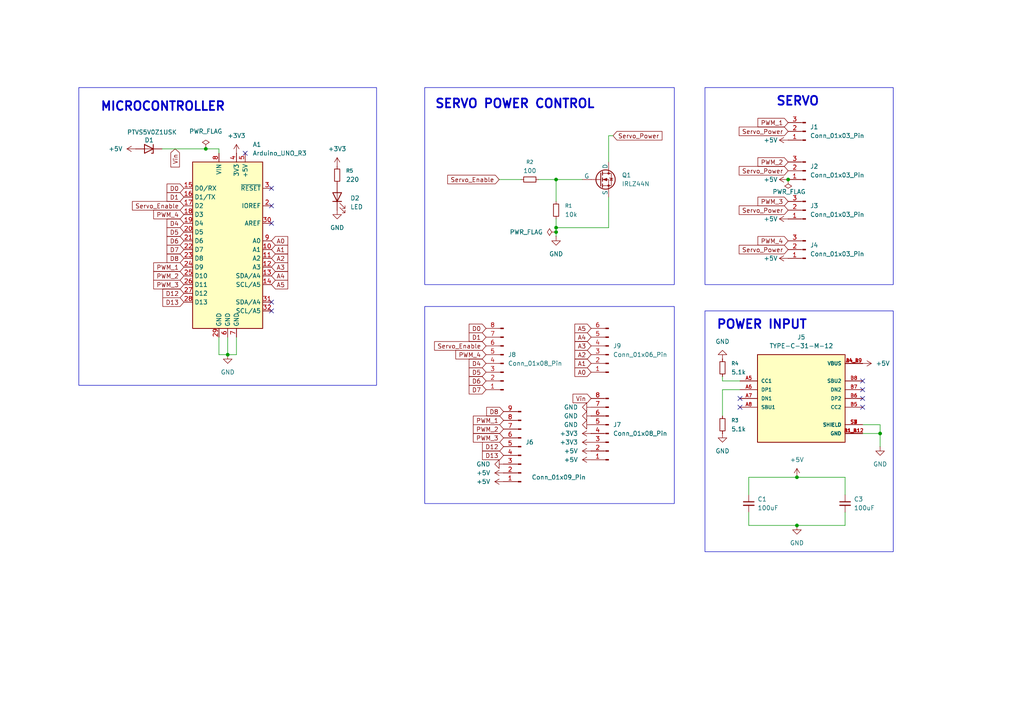
<source format=kicad_sch>
(kicad_sch (version 20250114) (generator "eeschema") (generator_version "9.0")
  (paper "A4")
  (lib_symbols
    (symbol "Connector:Conn_01x03_Pin" (pin_names (offset 1.016) (hide yes))
      (property "Reference" "J" (at 0 5.08 0))
      (property "Value" "Conn_01x03_Pin" (at 0 -5.08 0))
      (symbol "Conn_01x03_Pin_1_1"
        (rectangle (start 0.8636 2.667) (end 0 2.413) (stroke (width 0.1524)) (fill (type outline)))
        (rectangle (start 0.8636 0.127) (end 0 -0.127) (stroke (width 0.1524)) (fill (type outline)))
        (rectangle (start 0.8636 -2.413) (end 0 -2.667) (stroke (width 0.1524)) (fill (type outline)))
        (polyline (pts (xy 1.27 2.54) (xy 0.8636 2.54)) (stroke (width 0.1524)))
        (polyline (pts (xy 1.27 0) (xy 0.8636 0)) (stroke (width 0.1524)))
        (polyline (pts (xy 1.27 -2.54) (xy 0.8636 -2.54)) (stroke (width 0.1524)))
        (pin passive line (at 5.08 2.54 180) (length 3.81) (name "Pin_1") (number "1"))
        (pin passive line (at 5.08 0 180) (length 3.81) (name "Pin_2") (number "2"))
        (pin passive line (at 5.08 -2.54 180) (length 3.81) (name "Pin_3") (number "3"))
      )
    )
    (symbol "Connector:Conn_01x06_Pin" (pin_names (offset 1.016) (hide yes))
      (property "Reference" "J" (at 0 7.62 0))
      (property "Value" "Conn_01x06_Pin" (at 0 -10.16 0))
      (symbol "Conn_01x06_Pin_1_1"
        (rectangle (start 0.8636 5.207) (end 0 4.953) (stroke (width 0.1524)) (fill (type outline)))
        (rectangle (start 0.8636 2.667) (end 0 2.413) (stroke (width 0.1524)) (fill (type outline)))
        (rectangle (start 0.8636 0.127) (end 0 -0.127) (stroke (width 0.1524)) (fill (type outline)))
        (rectangle (start 0.8636 -2.413) (end 0 -2.667) (stroke (width 0.1524)) (fill (type outline)))
        (rectangle (start 0.8636 -4.953) (end 0 -5.207) (stroke (width 0.1524)) (fill (type outline)))
        (rectangle (start 0.8636 -7.493) (end 0 -7.747) (stroke (width 0.1524)) (fill (type outline)))
        (polyline (pts (xy 1.27 5.08) (xy 0.8636 5.08)) (stroke (width 0.1524)))
        (polyline (pts (xy 1.27 2.54) (xy 0.8636 2.54)) (stroke (width 0.1524)))
        (polyline (pts (xy 1.27 0) (xy 0.8636 0)) (stroke (width 0.1524)))
        (polyline (pts (xy 1.27 -2.54) (xy 0.8636 -2.54)) (stroke (width 0.1524)))
        (polyline (pts (xy 1.27 -5.08) (xy 0.8636 -5.08)) (stroke (width 0.1524)))
        (polyline (pts (xy 1.27 -7.62) (xy 0.8636 -7.62)) (stroke (width 0.1524)))
        (pin passive line (at 5.08 5.08 180) (length 3.81) (name "Pin_1") (number "1"))
        (pin passive line (at 5.08 2.54 180) (length 3.81) (name "Pin_2") (number "2"))
        (pin passive line (at 5.08 0 180) (length 3.81) (name "Pin_3") (number "3"))
        (pin passive line (at 5.08 -2.54 180) (length 3.81) (name "Pin_4") (number "4"))
        (pin passive line (at 5.08 -5.08 180) (length 3.81) (name "Pin_5") (number "5"))
        (pin passive line (at 5.08 -7.62 180) (length 3.81) (name "Pin_6") (number "6"))
      )
    )
    (symbol "Connector:Conn_01x08_Pin" (pin_names (offset 1.016) (hide yes))
      (property "Reference" "J" (at 0 10.16 0))
      (property "Value" "Conn_01x08_Pin" (at 0 -12.7 0))
      (symbol "Conn_01x08_Pin_1_1"
        (rectangle (start 0.8636 7.747) (end 0 7.493) (stroke (width 0.1524)) (fill (type outline)))
        (rectangle (start 0.8636 5.207) (end 0 4.953) (stroke (width 0.1524)) (fill (type outline)))
        (rectangle (start 0.8636 2.667) (end 0 2.413) (stroke (width 0.1524)) (fill (type outline)))
        (rectangle (start 0.8636 0.127) (end 0 -0.127) (stroke (width 0.1524)) (fill (type outline)))
        (rectangle (start 0.8636 -2.413) (end 0 -2.667) (stroke (width 0.1524)) (fill (type outline)))
        (rectangle (start 0.8636 -4.953) (end 0 -5.207) (stroke (width 0.1524)) (fill (type outline)))
        (rectangle (start 0.8636 -7.493) (end 0 -7.747) (stroke (width 0.1524)) (fill (type outline)))
        (rectangle (start 0.8636 -10.033) (end 0 -10.287) (stroke (width 0.1524)) (fill (type outline)))
        (polyline (pts (xy 1.27 7.62) (xy 0.8636 7.62)) (stroke (width 0.1524)))
        (polyline (pts (xy 1.27 5.08) (xy 0.8636 5.08)) (stroke (width 0.1524)))
        (polyline (pts (xy 1.27 2.54) (xy 0.8636 2.54)) (stroke (width 0.1524)))
        (polyline (pts (xy 1.27 0) (xy 0.8636 0)) (stroke (width 0.1524)))
        (polyline (pts (xy 1.27 -2.54) (xy 0.8636 -2.54)) (stroke (width 0.1524)))
        (polyline (pts (xy 1.27 -5.08) (xy 0.8636 -5.08)) (stroke (width 0.1524)))
        (polyline (pts (xy 1.27 -7.62) (xy 0.8636 -7.62)) (stroke (width 0.1524)))
        (polyline (pts (xy 1.27 -10.16) (xy 0.8636 -10.16)) (stroke (width 0.1524)))
        (pin passive line (at 5.08 7.62 180) (length 3.81) (name "Pin_1") (number "1"))
        (pin passive line (at 5.08 5.08 180) (length 3.81) (name "Pin_2") (number "2"))
        (pin passive line (at 5.08 2.54 180) (length 3.81) (name "Pin_3") (number "3"))
        (pin passive line (at 5.08 0 180) (length 3.81) (name "Pin_4") (number "4"))
        (pin passive line (at 5.08 -2.54 180) (length 3.81) (name "Pin_5") (number "5"))
        (pin passive line (at 5.08 -5.08 180) (length 3.81) (name "Pin_6") (number "6"))
        (pin passive line (at 5.08 -7.62 180) (length 3.81) (name "Pin_7") (number "7"))
        (pin passive line (at 5.08 -10.16 180) (length 3.81) (name "Pin_8") (number "8"))
      )
    )
    (symbol "Connector:Conn_01x09_Pin" (pin_names (offset 1.016) (hide yes))
      (property "Reference" "J" (at 0 12.7 0))
      (property "Value" "Conn_01x09_Pin" (at 0 -12.7 0))
      (symbol "Conn_01x09_Pin_1_1"
        (rectangle (start 0.8636 10.287) (end 0 10.033) (stroke (width 0.1524)) (fill (type outline)))
        (rectangle (start 0.8636 7.747) (end 0 7.493) (stroke (width 0.1524)) (fill (type outline)))
        (rectangle (start 0.8636 5.207) (end 0 4.953) (stroke (width 0.1524)) (fill (type outline)))
        (rectangle (start 0.8636 2.667) (end 0 2.413) (stroke (width 0.1524)) (fill (type outline)))
        (rectangle (start 0.8636 0.127) (end 0 -0.127) (stroke (width 0.1524)) (fill (type outline)))
        (rectangle (start 0.8636 -2.413) (end 0 -2.667) (stroke (width 0.1524)) (fill (type outline)))
        (rectangle (start 0.8636 -4.953) (end 0 -5.207) (stroke (width 0.1524)) (fill (type outline)))
        (rectangle (start 0.8636 -7.493) (end 0 -7.747) (stroke (width 0.1524)) (fill (type outline)))
        (rectangle (start 0.8636 -10.033) (end 0 -10.287) (stroke (width 0.1524)) (fill (type outline)))
        (polyline (pts (xy 1.27 10.16) (xy 0.8636 10.16)) (stroke (width 0.1524)))
        (polyline (pts (xy 1.27 7.62) (xy 0.8636 7.62)) (stroke (width 0.1524)))
        (polyline (pts (xy 1.27 5.08) (xy 0.8636 5.08)) (stroke (width 0.1524)))
        (polyline (pts (xy 1.27 2.54) (xy 0.8636 2.54)) (stroke (width 0.1524)))
        (polyline (pts (xy 1.27 0) (xy 0.8636 0)) (stroke (width 0.1524)))
        (polyline (pts (xy 1.27 -2.54) (xy 0.8636 -2.54)) (stroke (width 0.1524)))
        (polyline (pts (xy 1.27 -5.08) (xy 0.8636 -5.08)) (stroke (width 0.1524)))
        (polyline (pts (xy 1.27 -7.62) (xy 0.8636 -7.62)) (stroke (width 0.1524)))
        (polyline (pts (xy 1.27 -10.16) (xy 0.8636 -10.16)) (stroke (width 0.1524)))
        (pin passive line (at 5.08 10.16 180) (length 3.81) (name "Pin_1") (number "1"))
        (pin passive line (at 5.08 7.62 180) (length 3.81) (name "Pin_2") (number "2"))
        (pin passive line (at 5.08 5.08 180) (length 3.81) (name "Pin_3") (number "3"))
        (pin passive line (at 5.08 2.54 180) (length 3.81) (name "Pin_4") (number "4"))
        (pin passive line (at 5.08 0 180) (length 3.81) (name "Pin_5") (number "5"))
        (pin passive line (at 5.08 -2.54 180) (length 3.81) (name "Pin_6") (number "6"))
        (pin passive line (at 5.08 -5.08 180) (length 3.81) (name "Pin_7") (number "7"))
        (pin passive line (at 5.08 -7.62 180) (length 3.81) (name "Pin_8") (number "8"))
        (pin passive line (at 5.08 -10.16 180) (length 3.81) (name "Pin_9") (number "9"))
      )
    )
    (symbol "Device:C_Small" (pin_numbers (hide yes)) (pin_names (offset 0.254) (hide yes))
      (property "Reference" "C" (at 0.254 1.778 0))
      (property "Value" "C_Small" (at 0.254 -2.032 0))
      (symbol "C_Small_0_1"
        (polyline (pts (xy -1.524 0.508) (xy 1.524 0.508)) (stroke (width 0.3048)))
        (polyline (pts (xy -1.524 -0.508) (xy 1.524 -0.508)) (stroke (width 0.3302)))
      )
      (symbol "C_Small_1_1"
        (pin passive line (at 0 2.54 270) (length 2.032) (name "~") (number "1"))
        (pin passive line (at 0 -2.54 90) (length 2.032) (name "~") (number "2"))
      )
    )
    (symbol "Device:LED" (pin_numbers (hide yes)) (pin_names (offset 1.016) (hide yes))
      (property "Reference" "D" (at 0 2.54 0))
      (property "Value" "LED" (at 0 -2.54 0))
      (symbol "LED_0_1"
        (polyline (pts (xy -3.048 -0.762) (xy -4.572 -2.286) (xy -3.81 -2.286) (xy -4.572 -2.286) (xy -4.572 -1.524)))
        (polyline (pts (xy -1.778 -0.762) (xy -3.302 -2.286) (xy -2.54 -2.286) (xy -3.302 -2.286) (xy -3.302 -1.524)))
        (polyline (pts (xy -1.27 0) (xy 1.27 0)))
        (polyline (pts (xy -1.27 -1.27) (xy -1.27 1.27)) (stroke (width 0.254)))
        (polyline (pts (xy 1.27 -1.27) (xy 1.27 1.27) (xy -1.27 0) (xy 1.27 -1.27)) (stroke (width 0.254)))
      )
      (symbol "LED_1_1"
        (pin passive line (at -3.81 0 0) (length 2.54) (name "K") (number "1"))
        (pin passive line (at 3.81 0 180) (length 2.54) (name "A") (number "2"))
      )
    )
    (symbol "Device:R_Small" (pin_numbers (hide yes)) (pin_names (offset 0.254) (hide yes))
      (property "Reference" "R" (at 0 0 90))
      (property "Value" "R_Small" (at 1.778 0 90))
      (symbol "R_Small_0_1"
        (rectangle (start -0.762 1.778) (end 0.762 -1.778) (stroke (width 0.2032)))
      )
      (symbol "R_Small_1_1"
        (pin passive line (at 0 2.54 270) (length 0.762) (name "~") (number "1"))
        (pin passive line (at 0 -2.54 90) (length 0.762) (name "~") (number "2"))
      )
    )
    (symbol "Diode:PTVS5V0Z1USK" (pin_numbers (hide yes)) (pin_names (hide yes))
      (property "Reference" "D" (at 0 2.54 0))
      (property "Value" "PTVS5V0Z1USK" (at 0 -2.54 0))
      (symbol "PTVS5V0Z1USK_0_1"
        (polyline (pts (xy -1.27 -1.27) (xy -1.27 1.27) (xy -0.762 1.27)) (stroke (width 0.254)))
        (polyline (pts (xy 1.27 0) (xy -1.27 0)))
        (polyline (pts (xy 1.27 -1.27) (xy 1.27 1.27) (xy -1.27 0) (xy 1.27 -1.27)) (stroke (width 0.254)))
      )
      (symbol "PTVS5V0Z1USK_1_1"
        (pin passive line (at -3.81 0 0) (length 2.54) (name "K") (number "1"))
        (pin passive line (at 3.81 0 180) (length 2.54) (name "A") (number "2"))
      )
    )
    (symbol "MCU_Module:Arduino_UNO_R3"
      (property "Reference" "A" (at -10.16 23.495 0))
      (property "Value" "Arduino_UNO_R3" (at 5.08 -26.67 0))
      (symbol "Arduino_UNO_R3_0_1"
        (rectangle (start -10.16 22.86) (end 10.16 -25.4) (stroke (width 0.254)) (fill (type background)))
      )
      (symbol "Arduino_UNO_R3_1_1"
        (pin bidirectional line (at -12.7 15.24 0) (length 2.54) (name "D0/RX") (number "15"))
        (pin bidirectional line (at -12.7 12.7 0) (length 2.54) (name "D1/TX") (number "16"))
        (pin bidirectional line (at -12.7 10.16 0) (length 2.54) (name "D2") (number "17"))
        (pin bidirectional line (at -12.7 7.62 0) (length 2.54) (name "D3") (number "18"))
        (pin bidirectional line (at -12.7 5.08 0) (length 2.54) (name "D4") (number "19"))
        (pin bidirectional line (at -12.7 2.54 0) (length 2.54) (name "D5") (number "20"))
        (pin bidirectional line (at -12.7 0 0) (length 2.54) (name "D6") (number "21"))
        (pin bidirectional line (at -12.7 -2.54 0) (length 2.54) (name "D7") (number "22"))
        (pin bidirectional line (at -12.7 -5.08 0) (length 2.54) (name "D8") (number "23"))
        (pin bidirectional line (at -12.7 -7.62 0) (length 2.54) (name "D9") (number "24"))
        (pin bidirectional line (at -12.7 -10.16 0) (length 2.54) (name "D10") (number "25"))
        (pin bidirectional line (at -12.7 -12.7 0) (length 2.54) (name "D11") (number "26"))
        (pin bidirectional line (at -12.7 -15.24 0) (length 2.54) (name "D12") (number "27"))
        (pin bidirectional line (at -12.7 -17.78 0) (length 2.54) (name "D13") (number "28"))
        (pin no_connect line (at -10.16 -20.32 0) (length 2.54) (hide yes) (name "NC") (number "1"))
        (pin power_in line (at -2.54 25.4 270) (length 2.54) (name "VIN") (number "8"))
        (pin power_in line (at -2.54 -27.94 90) (length 2.54) (name "GND") (number "29"))
        (pin power_in line (at 0 -27.94 90) (length 2.54) (name "GND") (number "6"))
        (pin power_out line (at 2.54 25.4 270) (length 2.54) (name "3V3") (number "4"))
        (pin power_in line (at 2.54 -27.94 90) (length 2.54) (name "GND") (number "7"))
        (pin power_out line (at 5.08 25.4 270) (length 2.54) (name "+5V") (number "5"))
        (pin input line (at 12.7 15.24 180) (length 2.54) (name "~{RESET}") (number "3"))
        (pin output line (at 12.7 10.16 180) (length 2.54) (name "IOREF") (number "2"))
        (pin input line (at 12.7 5.08 180) (length 2.54) (name "AREF") (number "30"))
        (pin bidirectional line (at 12.7 0 180) (length 2.54) (name "A0") (number "9"))
        (pin bidirectional line (at 12.7 -2.54 180) (length 2.54) (name "A1") (number "10"))
        (pin bidirectional line (at 12.7 -5.08 180) (length 2.54) (name "A2") (number "11"))
        (pin bidirectional line (at 12.7 -7.62 180) (length 2.54) (name "A3") (number "12"))
        (pin bidirectional line (at 12.7 -10.16 180) (length 2.54) (name "SDA/A4") (number "13"))
        (pin bidirectional line (at 12.7 -12.7 180) (length 2.54) (name "SCL/A5") (number "14"))
        (pin bidirectional line (at 12.7 -17.78 180) (length 2.54) (name "SDA/A4") (number "31"))
        (pin bidirectional line (at 12.7 -20.32 180) (length 2.54) (name "SCL/A5") (number "32"))
      )
    )
    (symbol "Simulation_SPICE:NMOS" (pin_numbers (hide yes)) (pin_names (offset 0))
      (property "Reference" "Q" (at 5.08 1.27 0))
      (property "Value" "NMOS" (at 5.08 -1.27 0))
      (symbol "NMOS_0_1"
        (polyline (pts (xy 0.254 1.905) (xy 0.254 -1.905)) (stroke (width 0.254)))
        (polyline (pts (xy 0.254 0) (xy -2.54 0)))
        (polyline (pts (xy 0.762 2.286) (xy 0.762 1.27)) (stroke (width 0.254)))
        (polyline (pts (xy 0.762 0.508) (xy 0.762 -0.508)) (stroke (width 0.254)))
        (polyline (pts (xy 0.762 -1.27) (xy 0.762 -2.286)) (stroke (width 0.254)))
        (polyline (pts (xy 0.762 -1.778) (xy 3.302 -1.778) (xy 3.302 1.778) (xy 0.762 1.778)))
        (polyline (pts (xy 1.016 0) (xy 2.032 0.381) (xy 2.032 -0.381) (xy 1.016 0)) (fill (type outline)))
        (circle (center 1.651 0) (radius 2.794) (stroke (width 0.254)))
        (polyline (pts (xy 2.54 2.54) (xy 2.54 1.778)))
        (circle (center 2.54 1.778) (radius 0.254) (fill (type outline)))
        (circle (center 2.54 -1.778) (radius 0.254) (fill (type outline)))
        (polyline (pts (xy 2.54 -2.54) (xy 2.54 0) (xy 0.762 0)))
        (polyline (pts (xy 2.794 0.508) (xy 2.921 0.381) (xy 3.683 0.381) (xy 3.81 0.254)))
        (polyline (pts (xy 3.302 0.381) (xy 2.921 -0.254) (xy 3.683 -0.254) (xy 3.302 0.381)))
      )
      (symbol "NMOS_1_1"
        (pin input line (at -5.08 0 0) (length 2.54) (name "G") (number "2"))
        (pin passive line (at 2.54 5.08 270) (length 2.54) (name "D") (number "1"))
        (pin passive line (at 2.54 -5.08 90) (length 2.54) (name "S") (number "3"))
      )
    )
    (symbol "TYPE-C-31-M-12:TYPE-C-31-M-12" (pin_names (offset 1.016))
      (property "Reference" "J" (at -12.7 13.462 0))
      (property "Value" "TYPE-C-31-M-12" (at -12.7 -13.462 0))
      (symbol "TYPE-C-31-M-12_0_0"
        (rectangle (start -12.7 -12.7) (end 12.7 12.7) (stroke (width 0.254)) (fill (type background)))
        (pin bidirectional line (at -17.78 5.08 0) (length 5.08) (name "CC1") (number "A5"))
        (pin bidirectional line (at -17.78 2.54 0) (length 5.08) (name "DP1") (number "A6"))
        (pin bidirectional line (at -17.78 0 0) (length 5.08) (name "DN1") (number "A7"))
        (pin bidirectional line (at -17.78 -2.54 0) (length 5.08) (name "SBU1") (number "A8"))
        (pin power_in line (at 17.78 10.16 180) (length 5.08) (name "VBUS") (number "A4_B9"))
        (pin power_in line (at 17.78 10.16 180) (length 5.08) (name "VBUS") (number "B4_A9"))
        (pin bidirectional line (at 17.78 5.08 180) (length 5.08) (name "SBU2") (number "B8"))
        (pin bidirectional line (at 17.78 2.54 180) (length 5.08) (name "DN2") (number "B7"))
        (pin bidirectional line (at 17.78 0 180) (length 5.08) (name "DP2") (number "B6"))
        (pin bidirectional line (at 17.78 -2.54 180) (length 5.08) (name "CC2") (number "B5"))
        (pin passive line (at 17.78 -7.62 180) (length 5.08) (name "SHIELD") (number "S1"))
        (pin passive line (at 17.78 -7.62 180) (length 5.08) (name "SHIELD") (number "S2"))
        (pin passive line (at 17.78 -7.62 180) (length 5.08) (name "SHIELD") (number "S3"))
        (pin passive line (at 17.78 -7.62 180) (length 5.08) (name "SHIELD") (number "S4"))
        (pin power_in line (at 17.78 -10.16 180) (length 5.08) (name "GND") (number "A1_B12"))
        (pin power_in line (at 17.78 -10.16 180) (length 5.08) (name "GND") (number "B1_A12"))
      )
    )
    (symbol "power:+3V3" (power) (pin_numbers (hide yes)) (pin_names (offset 0) (hide yes))
      (property "Value" "+3V3" (at 0 3.556 0))
      (symbol "+3V3_0_1"
        (polyline (pts (xy -0.762 1.27) (xy 0 2.54)))
        (polyline (pts (xy 0 2.54) (xy 0.762 1.27)))
        (polyline (pts (xy 0 0) (xy 0 2.54)))
      )
      (symbol "+3V3_1_1"
        (pin power_in line (at 0 0 90) (length 0) (name "~") (number "1"))
      )
    )
    (symbol "power:+5V" (power) (pin_numbers (hide yes)) (pin_names (offset 0) (hide yes))
      (property "Value" "+5V" (at 0 3.556 0))
      (symbol "+5V_0_1"
        (polyline (pts (xy -0.762 1.27) (xy 0 2.54)))
        (polyline (pts (xy 0 2.54) (xy 0.762 1.27)))
        (polyline (pts (xy 0 0) (xy 0 2.54)))
      )
      (symbol "+5V_1_1"
        (pin power_in line (at 0 0 90) (length 0) (name "~") (number "1"))
      )
    )
    (symbol "power:GND" (power) (pin_numbers (hide yes)) (pin_names (offset 0) (hide yes))
      (property "Value" "GND" (at 0 -3.81 0))
      (symbol "GND_0_1"
        (polyline (pts (xy 0 0) (xy 0 -1.27) (xy 1.27 -1.27) (xy 0 -2.54) (xy -1.27 -1.27) (xy 0 -1.27)))
      )
      (symbol "GND_1_1"
        (pin power_in line (at 0 0 270) (length 0) (name "~") (number "1"))
      )
    )
    (symbol "power:PWR_FLAG" (power) (pin_numbers (hide yes)) (pin_names (offset 0) (hide yes))
      (property "Value" "PWR_FLAG" (at 0 3.81 0))
      (symbol "PWR_FLAG_0_0"
        (pin power_out line (at 0 0 90) (length 0) (name "~") (number "1"))
      )
      (symbol "PWR_FLAG_0_1"
        (polyline (pts (xy 0 0) (xy 0 1.27) (xy -1.016 1.905) (xy 0 2.54) (xy 1.016 1.905) (xy 0 1.27)))
      )
    )
  )
  (rectangle (start 22.86 25.4) (end 109.22 111.76))
  (rectangle (start 123.19 25.4) (end 195.58 82.55))
  (rectangle (start 204.47 90.17) (end 259.08 160.02))
  (rectangle (start 204.47 25.4) (end 259.08 82.55))
  (rectangle (start 123.19 88.9) (end 195.58 146.05))
  (text "POWER INPUT" (at 220.98 94.234 0) (effects (font (size 2.54 2.54) (thickness 0.508) (bold yes))))
  (text "MICROCONTROLLER" (at 47.244 30.988 0) (effects (font (size 2.54 2.54) (thickness 0.508) (bold yes))))
  (text "SERVO" (at 231.394 29.464 0) (effects (font (size 2.54 2.54) (thickness 0.508) (bold yes))))
  (text "SERVO POWER CONTROL" (at 149.352 30.226 0) (effects (font (size 2.54 2.54) (thickness 0.508) (bold yes))))
  (junction (at 161.29 52.07))
  (junction (at 161.29 66.04))
  (junction (at 231.14 138.43))
  (junction (at 59.69 43.18))
  (junction (at 231.14 152.4))
  (junction (at 228.6 52.07))
  (junction (at 255.27 125.73))
  (junction (at 161.29 67.31))
  (junction (at 66.04 102.87))
  (no_connect (at 250.19 110.49))
  (no_connect (at 250.19 113.03))
  (no_connect (at 250.19 118.11))
  (no_connect (at 78.74 87.63))
  (no_connect (at 214.63 115.57))
  (no_connect (at 78.74 90.17))
  (no_connect (at 214.63 118.11))
  (no_connect (at 78.74 59.69))
  (no_connect (at 71.12 44.45))
  (no_connect (at 250.19 115.57))
  (no_connect (at 78.74 54.61))
  (no_connect (at 78.74 64.77))
  (wire (pts (xy 209.55 110.49) (xy 209.55 109.22)))
  (wire (pts (xy 63.5 43.18) (xy 63.5 44.45)))
  (wire (pts (xy 66.04 97.79) (xy 66.04 102.87)))
  (wire (pts (xy 161.29 67.31) (xy 161.29 68.58)))
  (wire (pts (xy 144.78 52.07) (xy 151.13 52.07)))
  (wire (pts (xy 66.04 102.87) (xy 68.58 102.87)))
  (wire (pts (xy 177.8 39.37) (xy 176.53 39.37)))
  (wire (pts (xy 161.29 66.04) (xy 161.29 67.31)))
  (wire (pts (xy 46.99 43.18) (xy 59.69 43.18)))
  (wire (pts (xy 161.29 52.07) (xy 161.29 58.42)))
  (wire (pts (xy 245.11 152.4) (xy 231.14 152.4)))
  (wire (pts (xy 245.11 148.59) (xy 245.11 152.4)))
  (wire (pts (xy 209.55 113.03) (xy 209.55 120.65)))
  (wire (pts (xy 63.5 97.79) (xy 63.5 102.87)))
  (wire (pts (xy 161.29 63.5) (xy 161.29 66.04)))
  (wire (pts (xy 250.19 125.73) (xy 255.27 125.73)))
  (wire (pts (xy 217.17 138.43) (xy 217.17 143.51)))
  (wire (pts (xy 255.27 125.73) (xy 255.27 123.19)))
  (wire (pts (xy 68.58 97.79) (xy 68.58 102.87)))
  (wire (pts (xy 214.63 110.49) (xy 209.55 110.49)))
  (wire (pts (xy 176.53 57.15) (xy 176.53 66.04)))
  (wire (pts (xy 231.14 138.43) (xy 217.17 138.43)))
  (wire (pts (xy 161.29 52.07) (xy 168.91 52.07)))
  (wire (pts (xy 231.14 152.4) (xy 217.17 152.4)))
  (wire (pts (xy 245.11 138.43) (xy 231.14 138.43)))
  (wire (pts (xy 63.5 102.87) (xy 66.04 102.87)))
  (wire (pts (xy 255.27 123.19) (xy 250.19 123.19)))
  (wire (pts (xy 176.53 66.04) (xy 161.29 66.04)))
  (wire (pts (xy 59.69 43.18) (xy 63.5 43.18)))
  (wire (pts (xy 217.17 152.4) (xy 217.17 148.59)))
  (wire (pts (xy 214.63 113.03) (xy 209.55 113.03)))
  (wire (pts (xy 156.21 52.07) (xy 161.29 52.07)))
  (wire (pts (xy 245.11 143.51) (xy 245.11 138.43)))
  (wire (pts (xy 255.27 129.54) (xy 255.27 125.73)))
  (wire (pts (xy 176.53 39.37) (xy 176.53 46.99)))
  (global_label "Servo_Power" (shape input) (at 177.8 39.37 0) (property "Intersheetrefs" "${INTERSHEET_REFS}" (effects (hide yes))))
  (global_label "D7" (shape input) (at 140.97 113.03 180) (property "Intersheetrefs" "${INTERSHEET_REFS}" (effects (hide yes))))
  (global_label "D0" (shape input) (at 140.97 95.25 180) (property "Intersheetrefs" "${INTERSHEET_REFS}" (effects (hide yes))))
  (global_label "Servo_Enable" (shape input) (at 144.78 52.07 180) (property "Intersheetrefs" "${INTERSHEET_REFS}" (effects (hide yes))))
  (global_label "D8" (shape input) (at 146.05 119.38 180) (property "Intersheetrefs" "${INTERSHEET_REFS}" (effects (hide yes))))
  (global_label "A1" (shape input) (at 78.74 72.39 0) (property "Intersheetrefs" "${INTERSHEET_REFS}" (effects (hide yes))))
  (global_label "PWM_4" (shape input) (at 228.6 69.85 180) (property "Intersheetrefs" "${INTERSHEET_REFS}" (effects (hide yes))))
  (global_label "A2" (shape input) (at 171.45 102.87 180) (property "Intersheetrefs" "${INTERSHEET_REFS}" (effects (hide yes))))
  (global_label "A2" (shape input) (at 78.74 74.93 0) (property "Intersheetrefs" "${INTERSHEET_REFS}" (effects (hide yes))))
  (global_label "PWM_2" (shape input) (at 228.6 46.99 180) (property "Intersheetrefs" "${INTERSHEET_REFS}" (effects (hide yes))))
  (global_label "D1" (shape input) (at 53.34 57.15 180) (property "Intersheetrefs" "${INTERSHEET_REFS}" (effects (hide yes))))
  (global_label "A1" (shape input) (at 171.45 105.41 180) (property "Intersheetrefs" "${INTERSHEET_REFS}" (effects (hide yes))))
  (global_label "A4" (shape input) (at 171.45 97.79 180) (property "Intersheetrefs" "${INTERSHEET_REFS}" (effects (hide yes))))
  (global_label "D13" (shape input) (at 146.05 132.08 180) (property "Intersheetrefs" "${INTERSHEET_REFS}" (effects (hide yes))))
  (global_label "PWM_3" (shape input) (at 53.34 82.55 180) (property "Intersheetrefs" "${INTERSHEET_REFS}" (effects (hide yes))))
  (global_label "Vin" (shape input) (at 171.45 115.57 180) (property "Intersheetrefs" "${INTERSHEET_REFS}" (effects (hide yes))))
  (global_label "PWM_1" (shape input) (at 146.05 121.92 180) (property "Intersheetrefs" "${INTERSHEET_REFS}" (effects (hide yes))))
  (global_label "D8" (shape input) (at 53.34 74.93 180) (property "Intersheetrefs" "${INTERSHEET_REFS}" (effects (hide yes))))
  (global_label "PWM_1" (shape input) (at 53.34 77.47 180) (property "Intersheetrefs" "${INTERSHEET_REFS}" (effects (hide yes))))
  (global_label "A5" (shape input) (at 171.45 95.25 180) (property "Intersheetrefs" "${INTERSHEET_REFS}" (effects (hide yes))))
  (global_label "PWM_2" (shape input) (at 146.05 124.46 180) (property "Intersheetrefs" "${INTERSHEET_REFS}" (effects (hide yes))))
  (global_label "PWM_1" (shape input) (at 228.6 35.56 180) (property "Intersheetrefs" "${INTERSHEET_REFS}" (effects (hide yes))))
  (global_label "D4" (shape input) (at 140.97 105.41 180) (property "Intersheetrefs" "${INTERSHEET_REFS}" (effects (hide yes))))
  (global_label "A3" (shape input) (at 78.74 77.47 0) (property "Intersheetrefs" "${INTERSHEET_REFS}" (effects (hide yes))))
  (global_label "D7" (shape input) (at 53.34 72.39 180) (property "Intersheetrefs" "${INTERSHEET_REFS}" (effects (hide yes))))
  (global_label "D1" (shape input) (at 140.97 97.79 180) (property "Intersheetrefs" "${INTERSHEET_REFS}" (effects (hide yes))))
  (global_label "A4" (shape input) (at 78.74 80.01 0) (property "Intersheetrefs" "${INTERSHEET_REFS}" (effects (hide yes))))
  (global_label "Servo_Enable" (shape input) (at 53.34 59.69 180) (property "Intersheetrefs" "${INTERSHEET_REFS}" (effects (hide yes))))
  (global_label "A0" (shape input) (at 78.74 69.85 0) (property "Intersheetrefs" "${INTERSHEET_REFS}" (effects (hide yes))))
  (global_label "PWM_4" (shape input) (at 140.97 102.87 180) (property "Intersheetrefs" "${INTERSHEET_REFS}" (effects (hide yes))))
  (global_label "D4" (shape input) (at 53.34 64.77 180) (property "Intersheetrefs" "${INTERSHEET_REFS}" (effects (hide yes))))
  (global_label "PWM_3" (shape input) (at 228.6 58.42 180) (property "Intersheetrefs" "${INTERSHEET_REFS}" (effects (hide yes))))
  (global_label "PWM_2" (shape input) (at 53.34 80.01 180) (property "Intersheetrefs" "${INTERSHEET_REFS}" (effects (hide yes))))
  (global_label "D12" (shape input) (at 146.05 129.54 180) (property "Intersheetrefs" "${INTERSHEET_REFS}" (effects (hide yes))))
  (global_label "Servo_Power" (shape input) (at 228.6 38.1 180) (property "Intersheetrefs" "${INTERSHEET_REFS}" (effects (hide yes))))
  (global_label "A3" (shape input) (at 171.45 100.33 180) (property "Intersheetrefs" "${INTERSHEET_REFS}" (effects (hide yes))))
  (global_label "D6" (shape input) (at 53.34 69.85 180) (property "Intersheetrefs" "${INTERSHEET_REFS}" (effects (hide yes))))
  (global_label "Servo_Power" (shape input) (at 228.6 72.39 180) (property "Intersheetrefs" "${INTERSHEET_REFS}" (effects (hide yes))))
  (global_label "D5" (shape input) (at 140.97 107.95 180) (property "Intersheetrefs" "${INTERSHEET_REFS}" (effects (hide yes))))
  (global_label "A0" (shape input) (at 171.45 107.95 180) (property "Intersheetrefs" "${INTERSHEET_REFS}" (effects (hide yes))))
  (global_label "Servo_Power" (shape input) (at 228.6 49.53 180) (property "Intersheetrefs" "${INTERSHEET_REFS}" (effects (hide yes))))
  (global_label "D13" (shape input) (at 53.34 87.63 180) (property "Intersheetrefs" "${INTERSHEET_REFS}" (effects (hide yes))))
  (global_label "D6" (shape input) (at 140.97 110.49 180) (property "Intersheetrefs" "${INTERSHEET_REFS}" (effects (hide yes))))
  (global_label "D0" (shape input) (at 53.34 54.61 180) (property "Intersheetrefs" "${INTERSHEET_REFS}" (effects (hide yes))))
  (global_label "PWM_4" (shape input) (at 53.34 62.23 180) (property "Intersheetrefs" "${INTERSHEET_REFS}" (effects (hide yes))))
  (global_label "PWM_3" (shape input) (at 146.05 127 180) (property "Intersheetrefs" "${INTERSHEET_REFS}" (effects (hide yes))))
  (global_label "D12" (shape input) (at 53.34 85.09 180) (property "Intersheetrefs" "${INTERSHEET_REFS}" (effects (hide yes))))
  (global_label "Servo_Power" (shape input) (at 228.6 60.96 180) (property "Intersheetrefs" "${INTERSHEET_REFS}" (effects (hide yes))))
  (global_label "D5" (shape input) (at 53.34 67.31 180) (property "Intersheetrefs" "${INTERSHEET_REFS}" (effects (hide yes))))
  (global_label "Servo_Enable" (shape input) (at 140.97 100.33 180) (property "Intersheetrefs" "${INTERSHEET_REFS}" (effects (hide yes))))
  (global_label "A5" (shape input) (at 78.74 82.55 0) (property "Intersheetrefs" "${INTERSHEET_REFS}" (effects (hide yes))))
  (global_label "Vin" (shape input) (at 50.8 43.18 270) (property "Intersheetrefs" "${INTERSHEET_REFS}" (effects (hide yes))))
  (symbol (lib_id "Device:R_Small") (at 153.67 52.07 90) (unit 1)
    (property "Reference" "R2" (at 153.67 46.99 90) (effects (font (size 1.016 1.016))))
    (property "Value" "100" (at 153.67 49.53 90))
    (property "Footprint" "Resistor_THT:R_Axial_DIN0204_L3.6mm_D1.6mm_P5.08mm_Horizontal" (effects (hide yes)))
    (property "Description" "Resistor, small symbol" (effects (hide yes)))
  )
  (symbol (lib_id "power:+5V") (at 228.6 63.5 90) (unit 1)
    (property "Reference" "#PWR03" (effects (hide yes)))
    (property "Value" "+5V" (at 223.52 63.5 90))
    (property "Description" "Power symbol creates a global label with name \"+5V\"" (effects (hide yes)))
  )
  (symbol (lib_id "Connector:Conn_01x08_Pin") (at 176.53 125.73 180) (unit 1)
    (property "Reference" "J7" (at 177.8 123.1899 0) (effects (justify right)))
    (property "Value" "Conn_01x08_Pin" (at 177.8 125.7299 0) (effects (justify right)))
    (property "Footprint" "Connector_PinHeader_2.54mm:PinHeader_1x08_P2.54mm_Vertical" (effects (hide yes)))
    (property "Description" "Generic connector, single row, 01x08, script generated" (effects (hide yes)))
  )
  (symbol (lib_id "Connector:Conn_01x03_Pin") (at 233.68 72.39 180) (unit 1)
    (property "Reference" "J4" (at 234.95 71.1199 0) (effects (justify right)))
    (property "Value" "Conn_01x03_Pin" (at 234.95 73.6599 0) (effects (justify right)))
    (property "Footprint" "Connector_PinHeader_2.54mm:PinHeader_1x03_P2.54mm_Vertical" (effects (hide yes)))
    (property "Description" "Generic connector, single row, 01x03, script generated" (effects (hide yes)))
  )
  (symbol (lib_id "TYPE-C-31-M-12:TYPE-C-31-M-12") (at 232.41 115.57 0) (unit 1)
    (property "Reference" "J5" (at 232.41 97.79 0))
    (property "Value" "TYPE-C-31-M-12" (at 232.41 100.33 0))
    (property "Footprint" "footprints:HRO_TYPE-C-31-M-12" (effects (hide yes)))
    (property "MF" "HRO Electronics Co., Ltd." (effects (hide yes)))
    (property "MAXIMUM_PACKAGE_HEIGHT" "3.26 mm" (effects (hide yes)))
    (property "Package" "Package" (effects (hide yes)))
    (property "Price" "None" (effects (hide yes)))
    (property "Check_prices" "https://www.snapeda.com/parts/TYPE-C-31-M-12/HRO+Electronics+Co.%252C+Ltd./view-part/?ref=eda" (effects (hide yes)))
    (property "STANDARD" "Manufacturer Recommendations" (effects (hide yes)))
    (property "PARTREV" "2020.12.08" (effects (hide yes)))
    (property "SnapEDA_Link" "https://www.snapeda.com/parts/TYPE-C-31-M-12/HRO+Electronics+Co.%252C+Ltd./view-part/?ref=snap" (effects (hide yes)))
    (property "MP" "TYPE-C-31-M-12" (effects (hide yes)))
    (property "Description_1" "USB Connectors 24 Receptacle 1 8.94*7.3mm RoHS" (effects (hide yes)))
    (property "SNAPEDA_PN" "TYPE-C-31-M-12" (effects (hide yes)))
    (property "Availability" "Not in stock" (effects (hide yes)))
    (property "MANUFACTURER" "HRO Electronics Co., Ltd." (effects (hide yes)))
  )
  (symbol (lib_id "Connector:Conn_01x09_Pin") (at 151.13 129.54 180) (unit 1)
    (property "Reference" "J6" (at 152.4 128.2699 0) (effects (justify right)))
    (property "Value" "Conn_01x09_Pin" (at 154.178 138.43 0) (effects (justify right)))
    (property "Footprint" "Connector_PinHeader_2.54mm:PinHeader_1x09_P2.54mm_Vertical" (effects (hide yes)))
    (property "Description" "Generic connector, single row, 01x09, script generated" (effects (hide yes)))
  )
  (symbol (lib_id "power:GND") (at 255.27 129.54 0) (unit 1)
    (property "Reference" "#PWR08" (effects (hide yes)))
    (property "Value" "GND" (at 255.27 134.62 0))
    (property "Description" "Power symbol creates a global label with name \"GND\" , ground" (effects (hide yes)))
  )
  (symbol (lib_id "power:+5V") (at 39.37 43.18 90) (unit 1)
    (property "Reference" "#PWR015" (effects (hide yes)))
    (property "Value" "+5V" (at 35.56 43.1799 90) (effects (justify left)))
    (property "Description" "Power symbol creates a global label with name \"+5V\"" (effects (hide yes)))
  )
  (symbol (lib_id "Connector:Conn_01x03_Pin") (at 233.68 49.53 180) (unit 1)
    (property "Reference" "J2" (at 234.95 48.2599 0) (effects (justify right)))
    (property "Value" "Conn_01x03_Pin" (at 234.95 50.7999 0) (effects (justify right)))
    (property "Footprint" "Connector_PinHeader_2.54mm:PinHeader_1x03_P2.54mm_Vertical" (effects (hide yes)))
    (property "Description" "Generic connector, single row, 01x03, script generated" (effects (hide yes)))
  )
  (symbol (lib_id "power:GND") (at 209.55 104.14 180) (unit 1)
    (property "Reference" "#PWR013" (effects (hide yes)))
    (property "Value" "GND" (at 209.55 99.06 0))
    (property "Description" "Power symbol creates a global label with name \"GND\" , ground" (effects (hide yes)))
  )
  (symbol (lib_id "power:+3V3") (at 171.45 125.73 90) (unit 1)
    (property "Reference" "#PWR024" (effects (hide yes)))
    (property "Value" "+3V3" (at 167.64 125.73 90) (effects (justify left)))
    (property "Description" "Power symbol creates a global label with name \"+3V3\"" (effects (hide yes)))
  )
  (symbol (lib_id "power:PWR_FLAG") (at 161.29 67.31 90) (unit 1)
    (property "Reference" "#FLG03" (effects (hide yes)))
    (property "Value" "PWR_FLAG" (at 157.48 67.3099 90) (effects (justify left)))
    (property "Description" "Special symbol for telling ERC where power comes from" (effects (hide yes)))
  )
  (symbol (lib_id "power:GND") (at 209.55 125.73 0) (unit 1)
    (property "Reference" "#PWR05" (effects (hide yes)))
    (property "Value" "GND" (at 209.55 130.81 0))
    (property "Description" "Power symbol creates a global label with name \"GND\" , ground" (effects (hide yes)))
  )
  (symbol (lib_id "power:GND") (at 66.04 102.87 0) (unit 1)
    (property "Reference" "#PWR06" (effects (hide yes)))
    (property "Value" "GND" (at 66.04 107.95 0))
    (property "Description" "Power symbol creates a global label with name \"GND\" , ground" (effects (hide yes)))
  )
  (symbol (lib_id "power:+5V") (at 228.6 40.64 90) (unit 1)
    (property "Reference" "#PWR012" (effects (hide yes)))
    (property "Value" "+5V" (at 223.52 40.64 90))
    (property "Description" "Power symbol creates a global label with name \"+5V\"" (effects (hide yes)))
  )
  (symbol (lib_id "power:+3V3") (at 171.45 128.27 90) (unit 1)
    (property "Reference" "#PWR017" (effects (hide yes)))
    (property "Value" "+3V3" (at 167.64 128.27 90) (effects (justify left)))
    (property "Description" "Power symbol creates a global label with name \"+3V3\"" (effects (hide yes)))
  )
  (symbol (lib_id "Connector:Conn_01x03_Pin") (at 233.68 60.96 180) (unit 1)
    (property "Reference" "J3" (at 234.95 59.6899 0) (effects (justify right)))
    (property "Value" "Conn_01x03_Pin" (at 234.95 62.2299 0) (effects (justify right)))
    (property "Footprint" "Connector_PinHeader_2.54mm:PinHeader_1x03_P2.54mm_Vertical" (effects (hide yes)))
    (property "Description" "Generic connector, single row, 01x03, script generated" (effects (hide yes)))
  )
  (symbol (lib_id "power:+5V") (at 146.05 139.7 90) (unit 1)
    (property "Reference" "#PWR023" (effects (hide yes)))
    (property "Value" "+5V" (at 142.24 139.7 90) (effects (justify left)))
    (property "Description" "Power symbol creates a global label with name \"+5V\"" (effects (hide yes)))
  )
  (symbol (lib_id "power:+5V") (at 171.45 130.81 90) (unit 1)
    (property "Reference" "#PWR018" (effects (hide yes)))
    (property "Value" "+5V" (at 167.64 130.81 90) (effects (justify left)))
    (property "Description" "Power symbol creates a global label with name \"+5V\"" (effects (hide yes)))
  )
  (symbol (lib_id "Device:C_Small") (at 245.11 146.05 0) (unit 1)
    (property "Reference" "C3" (at 247.65 144.7862 0) (effects (justify left)))
    (property "Value" "100uF" (at 247.65 147.3262 0) (effects (justify left)))
    (property "Footprint" "Capacitor_THT:CP_Radial_D5.0mm_P2.50mm" (effects (hide yes)))
    (property "Description" "Unpolarized capacitor, small symbol" (effects (hide yes)))
  )
  (symbol (lib_id "power:+5V") (at 146.05 137.16 90) (unit 1)
    (property "Reference" "#PWR022" (effects (hide yes)))
    (property "Value" "+5V" (at 142.24 137.16 90) (effects (justify left)))
    (property "Description" "Power symbol creates a global label with name \"+5V\"" (effects (hide yes)))
  )
  (symbol (lib_id "Device:R_Small") (at 161.29 60.96 0) (unit 1)
    (property "Reference" "R1" (at 163.83 59.6899 0) (effects (font (size 1.016 1.016)) (justify left)))
    (property "Value" "10k" (at 163.83 62.2299 0) (effects (justify left)))
    (property "Footprint" "Resistor_THT:R_Axial_DIN0204_L3.6mm_D1.6mm_P5.08mm_Horizontal" (effects (hide yes)))
    (property "Description" "Resistor, small symbol" (effects (hide yes)))
  )
  (symbol (lib_id "power:+5V") (at 250.19 105.41 270) (unit 1)
    (property "Reference" "#PWR09" (effects (hide yes)))
    (property "Value" "+5V" (at 254 105.4099 90) (effects (justify left)))
    (property "Description" "Power symbol creates a global label with name \"+5V\"" (effects (hide yes)))
  )
  (symbol (lib_id "Connector:Conn_01x06_Pin") (at 176.53 102.87 180) (unit 1)
    (property "Reference" "J9" (at 177.8 100.3299 0) (effects (justify right)))
    (property "Value" "Conn_01x06_Pin" (at 177.8 102.8699 0) (effects (justify right)))
    (property "Footprint" "Connector_PinHeader_2.54mm:PinHeader_1x06_P2.54mm_Vertical" (effects (hide yes)))
    (property "Description" "Generic connector, single row, 01x06, script generated" (effects (hide yes)))
  )
  (symbol (lib_id "Simulation_SPICE:NMOS") (at 173.99 52.07 0) (unit 1)
    (property "Reference" "Q1" (at 180.34 50.7999 0) (effects (justify left)))
    (property "Value" "IRLZ44N" (at 180.34 53.3399 0) (effects (justify left)))
    (property "Footprint" "Package_TO_SOT_THT:TO-220-3_Vertical" (effects (hide yes)))
    (property "Datasheet" "https://ngspice.sourceforge.io/docs/ngspice-html-manual/manual.xhtml#cha_MOSFETs" (effects (hide yes)))
    (property "Description" "N-MOSFET transistor, drain/source/gate" (effects (hide yes)))
    (property "Sim.Device" "NMOS" (effects (hide yes)))
    (property "Sim.Type" "VDMOS" (effects (hide yes)))
    (property "Sim.Pins" "1=D 2=G 3=S" (effects (hide yes)))
  )
  (symbol (lib_id "power:PWR_FLAG") (at 59.69 43.18 0) (unit 1)
    (property "Reference" "#FLG01" (effects (hide yes)))
    (property "Value" "PWR_FLAG" (at 59.69 38.1 0))
    (property "Description" "Special symbol for telling ERC where power comes from" (effects (hide yes)))
  )
  (symbol (lib_id "Device:R_Small") (at 209.55 123.19 0) (unit 1)
    (property "Reference" "R3" (at 212.09 121.9199 0) (effects (font (size 1.016 1.016)) (justify left)))
    (property "Value" "5.1k" (at 212.09 124.4599 0) (effects (justify left)))
    (property "Footprint" "Resistor_THT:R_Axial_DIN0204_L3.6mm_D1.6mm_P5.08mm_Horizontal" (effects (hide yes)))
    (property "Description" "Resistor, small symbol" (effects (hide yes)))
  )
  (symbol (lib_id "power:GND") (at 97.79 60.96 0) (unit 1)
    (property "Reference" "#PWR021" (effects (hide yes)))
    (property "Value" "GND" (at 97.79 66.04 0))
    (property "Description" "Power symbol creates a global label with name \"GND\" , ground" (effects (hide yes)))
  )
  (symbol (lib_id "power:GND") (at 171.45 118.11 270) (unit 1)
    (property "Reference" "#PWR016" (effects (hide yes)))
    (property "Value" "GND" (at 167.64 118.1099 90) (effects (justify right)))
    (property "Description" "Power symbol creates a global label with name \"GND\" , ground" (effects (hide yes)))
  )
  (symbol (lib_id "power:PWR_FLAG") (at 228.6 52.07 180) (unit 1)
    (property "Reference" "#FLG02" (effects (hide yes)))
    (property "Value" "PWR_FLAG" (at 228.854 55.626 0))
    (property "Description" "Special symbol for telling ERC where power comes from" (effects (hide yes)))
  )
  (symbol (lib_id "Connector:Conn_01x03_Pin") (at 233.68 38.1 180) (unit 1)
    (property "Reference" "J1" (at 234.95 36.8299 0) (effects (justify right)))
    (property "Value" "Conn_01x03_Pin" (at 234.95 39.3699 0) (effects (justify right)))
    (property "Footprint" "Connector_PinHeader_2.54mm:PinHeader_1x03_P2.54mm_Vertical" (effects (hide yes)))
    (property "Description" "Generic connector, single row, 01x03, script generated" (effects (hide yes)))
  )
  (symbol (lib_id "Connector:Conn_01x08_Pin") (at 146.05 105.41 180) (unit 1)
    (property "Reference" "J8" (at 147.32 102.8699 0) (effects (justify right)))
    (property "Value" "Conn_01x08_Pin" (at 147.32 105.4099 0) (effects (justify right)))
    (property "Footprint" "Connector_PinHeader_2.54mm:PinHeader_1x08_P2.54mm_Vertical" (effects (hide yes)))
    (property "Description" "Generic connector, single row, 01x08, script generated" (effects (hide yes)))
  )
  (symbol (lib_id "power:+5V") (at 228.6 52.07 90) (unit 1)
    (property "Reference" "#PWR02" (effects (hide yes)))
    (property "Value" "+5V" (at 223.52 52.07 90))
    (property "Description" "Power symbol creates a global label with name \"+5V\"" (effects (hide yes)))
  )
  (symbol (lib_id "Device:C_Small") (at 217.17 146.05 0) (unit 1)
    (property "Reference" "C1" (at 219.71 144.7862 0) (effects (justify left)))
    (property "Value" "100uF" (at 219.71 147.3262 0) (effects (justify left)))
    (property "Footprint" "Capacitor_THT:CP_Radial_D5.0mm_P2.50mm" (effects (hide yes)))
    (property "Description" "Unpolarized capacitor, small symbol" (effects (hide yes)))
  )
  (symbol (lib_id "power:GND") (at 171.45 120.65 270) (unit 1)
    (property "Reference" "#PWR026" (effects (hide yes)))
    (property "Value" "GND" (at 167.64 120.6499 90) (effects (justify right)))
    (property "Description" "Power symbol creates a global label with name \"GND\" , ground" (effects (hide yes)))
  )
  (symbol (lib_id "MCU_Module:Arduino_UNO_R3") (at 66.04 69.85 0) (unit 1)
    (property "Reference" "A1" (at 73.2633 41.91 0) (effects (justify left)))
    (property "Value" "Arduino_UNO_R3" (at 73.2633 44.45 0) (effects (justify left)))
    (property "Footprint" "Module:Arduino_UNO_R3" (effects (hide yes)))
    (property "Datasheet" "https://www.arduino.cc/en/Main/arduinoBoardUno" (effects (hide yes)))
    (property "Description" "Arduino UNO Microcontroller Module, release 3" (effects (hide yes)))
  )
  (symbol (lib_id "power:GND") (at 231.14 152.4 0) (unit 1)
    (property "Reference" "#PWR010" (effects (hide yes)))
    (property "Value" "GND" (at 231.14 157.48 0))
    (property "Description" "Power symbol creates a global label with name \"GND\" , ground" (effects (hide yes)))
  )
  (symbol (lib_id "power:+5V") (at 231.14 138.43 0) (unit 1)
    (property "Reference" "#PWR011" (effects (hide yes)))
    (property "Value" "+5V" (at 231.14 133.35 0))
    (property "Description" "Power symbol creates a global label with name \"+5V\"" (effects (hide yes)))
  )
  (symbol (lib_id "power:+3V3") (at 68.58 44.45 0) (unit 1)
    (property "Reference" "#PWR014" (effects (hide yes)))
    (property "Value" "+3V3" (at 68.58 39.37 0))
    (property "Description" "Power symbol creates a global label with name \"+3V3\"" (effects (hide yes)))
  )
  (symbol (lib_id "power:GND") (at 146.05 134.62 270) (unit 1)
    (property "Reference" "#PWR07" (effects (hide yes)))
    (property "Value" "GND" (at 142.24 134.6199 90) (effects (justify right)))
    (property "Description" "Power symbol creates a global label with name \"GND\" , ground" (effects (hide yes)))
  )
  (symbol (lib_id "Device:R_Small") (at 209.55 106.68 0) (unit 1)
    (property "Reference" "R4" (at 212.09 105.4099 0) (effects (font (size 1.016 1.016)) (justify left)))
    (property "Value" "5.1k" (at 212.09 107.9499 0) (effects (justify left)))
    (property "Footprint" "Resistor_THT:R_Axial_DIN0204_L3.6mm_D1.6mm_P5.08mm_Horizontal" (effects (hide yes)))
    (property "Description" "Resistor, small symbol" (effects (hide yes)))
  )
  (symbol (lib_id "power:+5V") (at 228.6 74.93 90) (unit 1)
    (property "Reference" "#PWR04" (effects (hide yes)))
    (property "Value" "+5V" (at 223.52 74.93 90))
    (property "Description" "Power symbol creates a global label with name \"+5V\"" (effects (hide yes)))
  )
  (symbol (lib_id "Device:LED") (at 97.79 57.15 90) (unit 1)
    (property "Reference" "D2" (at 101.6 57.4674 90) (effects (justify right)))
    (property "Value" "LED" (at 101.6 60.0074 90) (effects (justify right)))
    (property "Footprint" "LED_THT:LED_D3.0mm" (effects (hide yes)))
    (property "Description" "Light emitting diode" (effects (hide yes)))
    (property "Sim.Pins" "1=K 2=A" (effects (hide yes)))
  )
  (symbol (lib_id "power:+5V") (at 171.45 133.35 90) (unit 1)
    (property "Reference" "#PWR019" (effects (hide yes)))
    (property "Value" "+5V" (at 167.64 133.35 90) (effects (justify left)))
    (property "Description" "Power symbol creates a global label with name \"+5V\"" (effects (hide yes)))
  )
  (symbol (lib_id "Diode:PTVS5V0Z1USK") (at 43.18 43.18 180) (unit 1)
    (property "Reference" "D1" (at 41.9099 40.64 0) (effects (justify right)))
    (property "Value" "PTVS5V0Z1USK" (at 36.83 38.354 0) (effects (justify right)))
    (property "Footprint" "Diode_THT:D_5W_P10.16mm_Horizontal" (effects (hide yes)))
    (property "Datasheet" "https://assets.nexperia.com/documents/data-sheet/PTVS5V0Z1USK.pdf" (effects (hide yes)))
    (property "Description" "5V, 1200W TVS unidirectional diode, DSN1608-2" (effects (hide yes)))
  )
  (symbol (lib_id "power:+3V3") (at 97.79 48.26 0) (unit 1)
    (property "Reference" "#PWR020" (effects (hide yes)))
    (property "Value" "+3V3" (at 97.79 43.18 0))
    (property "Description" "Power symbol creates a global label with name \"+3V3\"" (effects (hide yes)))
  )
  (symbol (lib_id "power:GND") (at 171.45 123.19 270) (unit 1)
    (property "Reference" "#PWR025" (effects (hide yes)))
    (property "Value" "GND" (at 167.64 123.1899 90) (effects (justify right)))
    (property "Description" "Power symbol creates a global label with name \"GND\" , ground" (effects (hide yes)))
  )
  (symbol (lib_id "power:GND") (at 161.29 68.58 0) (unit 1)
    (property "Reference" "#PWR01" (effects (hide yes)))
    (property "Value" "GND" (at 161.29 73.66 0))
    (property "Description" "Power symbol creates a global label with name \"GND\" , ground" (effects (hide yes)))
  )
  (symbol (lib_id "Device:R_Small") (at 97.79 50.8 180) (unit 1)
    (property "Reference" "R5" (at 100.33 49.5299 0) (effects (font (size 1.016 1.016)) (justify right)))
    (property "Value" "220" (at 100.33 52.0699 0) (effects (justify right)))
    (property "Footprint" "Resistor_THT:R_Axial_DIN0204_L3.6mm_D1.6mm_P5.08mm_Horizontal" (effects (hide yes)))
    (property "Description" "Resistor, small symbol" (effects (hide yes)))
  )
)
</source>
